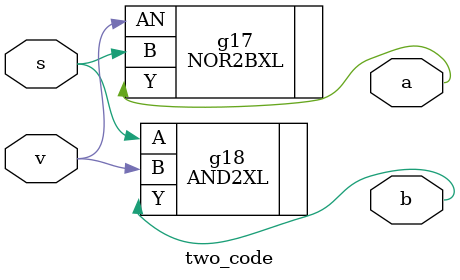
<source format=v>


// Verification Directory fv/two_code 

module two_code(v, s, a, b);
  input v, s;
  output a, b;
  wire v, s;
  wire a, b;
  NOR2BXL g17(.AN (v), .B (s), .Y (a));
  AND2XL g18(.A (s), .B (v), .Y (b));
endmodule


</source>
